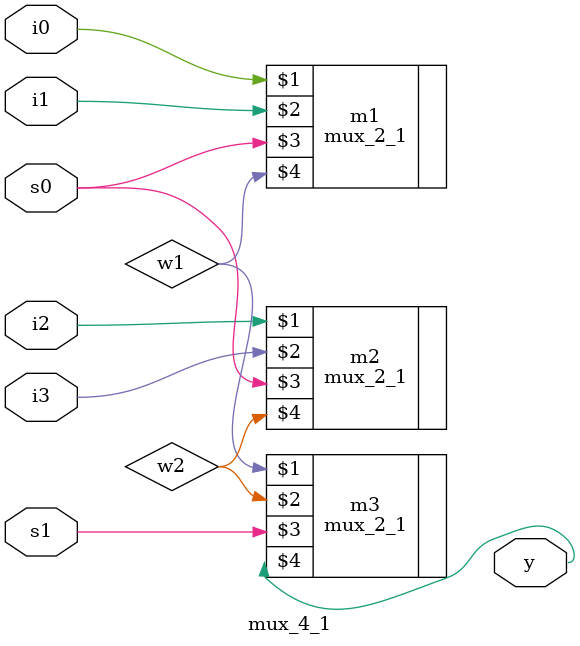
<source format=v>
module mux_4_1(input i0,i1,i2,i3,s0,s1,output y);
wire w1,w2;
mux_2_1 m1(i0,i1,s0,w1);
mux_2_1 m2(i2,i3,s0,w2);
mux_2_1 m3(w1,w2,s1,y);
endmodule

</source>
